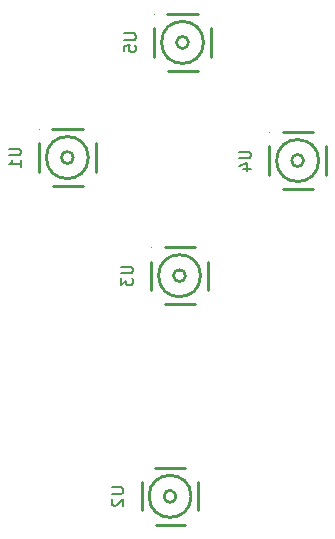
<source format=gbr>
%TF.GenerationSoftware,KiCad,Pcbnew,7.0.5*%
%TF.CreationDate,2023-06-28T16:16:01+01:00*%
%TF.ProjectId,buttonsSuper,62757474-6f6e-4735-9375-7065722e6b69,rev?*%
%TF.SameCoordinates,Original*%
%TF.FileFunction,Legend,Bot*%
%TF.FilePolarity,Positive*%
%FSLAX46Y46*%
G04 Gerber Fmt 4.6, Leading zero omitted, Abs format (unit mm)*
G04 Created by KiCad (PCBNEW 7.0.5) date 2023-06-28 16:16:01*
%MOMM*%
%LPD*%
G01*
G04 APERTURE LIST*
%ADD10C,0.150000*%
%ADD11C,0.059995*%
%ADD12C,0.254001*%
G04 APERTURE END LIST*
D10*
%TO.C,U2*%
X185129730Y-141543118D02*
X185939253Y-141543118D01*
X185939253Y-141543118D02*
X186034491Y-141590737D01*
X186034491Y-141590737D02*
X186082111Y-141638356D01*
X186082111Y-141638356D02*
X186129730Y-141733594D01*
X186129730Y-141733594D02*
X186129730Y-141924070D01*
X186129730Y-141924070D02*
X186082111Y-142019308D01*
X186082111Y-142019308D02*
X186034491Y-142066927D01*
X186034491Y-142066927D02*
X185939253Y-142114546D01*
X185939253Y-142114546D02*
X185129730Y-142114546D01*
X185224968Y-142543118D02*
X185177349Y-142590737D01*
X185177349Y-142590737D02*
X185129730Y-142685975D01*
X185129730Y-142685975D02*
X185129730Y-142924070D01*
X185129730Y-142924070D02*
X185177349Y-143019308D01*
X185177349Y-143019308D02*
X185224968Y-143066927D01*
X185224968Y-143066927D02*
X185320206Y-143114546D01*
X185320206Y-143114546D02*
X185415444Y-143114546D01*
X185415444Y-143114546D02*
X185558301Y-143066927D01*
X185558301Y-143066927D02*
X186129730Y-142495499D01*
X186129730Y-142495499D02*
X186129730Y-143114546D01*
%TO.C,U3*%
X185929768Y-122863095D02*
X186739291Y-122863095D01*
X186739291Y-122863095D02*
X186834529Y-122910714D01*
X186834529Y-122910714D02*
X186882149Y-122958333D01*
X186882149Y-122958333D02*
X186929768Y-123053571D01*
X186929768Y-123053571D02*
X186929768Y-123244047D01*
X186929768Y-123244047D02*
X186882149Y-123339285D01*
X186882149Y-123339285D02*
X186834529Y-123386904D01*
X186834529Y-123386904D02*
X186739291Y-123434523D01*
X186739291Y-123434523D02*
X185929768Y-123434523D01*
X185929768Y-123815476D02*
X185929768Y-124434523D01*
X185929768Y-124434523D02*
X186310720Y-124101190D01*
X186310720Y-124101190D02*
X186310720Y-124244047D01*
X186310720Y-124244047D02*
X186358339Y-124339285D01*
X186358339Y-124339285D02*
X186405958Y-124386904D01*
X186405958Y-124386904D02*
X186501196Y-124434523D01*
X186501196Y-124434523D02*
X186739291Y-124434523D01*
X186739291Y-124434523D02*
X186834529Y-124386904D01*
X186834529Y-124386904D02*
X186882149Y-124339285D01*
X186882149Y-124339285D02*
X186929768Y-124244047D01*
X186929768Y-124244047D02*
X186929768Y-123958333D01*
X186929768Y-123958333D02*
X186882149Y-123863095D01*
X186882149Y-123863095D02*
X186834529Y-123815476D01*
%TO.C,U4*%
X195929768Y-113113095D02*
X196739291Y-113113095D01*
X196739291Y-113113095D02*
X196834529Y-113160714D01*
X196834529Y-113160714D02*
X196882149Y-113208333D01*
X196882149Y-113208333D02*
X196929768Y-113303571D01*
X196929768Y-113303571D02*
X196929768Y-113494047D01*
X196929768Y-113494047D02*
X196882149Y-113589285D01*
X196882149Y-113589285D02*
X196834529Y-113636904D01*
X196834529Y-113636904D02*
X196739291Y-113684523D01*
X196739291Y-113684523D02*
X195929768Y-113684523D01*
X196263101Y-114589285D02*
X196929768Y-114589285D01*
X195882149Y-114351190D02*
X196596434Y-114113095D01*
X196596434Y-114113095D02*
X196596434Y-114732142D01*
%TO.C,U1*%
X176429768Y-112863095D02*
X177239291Y-112863095D01*
X177239291Y-112863095D02*
X177334529Y-112910714D01*
X177334529Y-112910714D02*
X177382149Y-112958333D01*
X177382149Y-112958333D02*
X177429768Y-113053571D01*
X177429768Y-113053571D02*
X177429768Y-113244047D01*
X177429768Y-113244047D02*
X177382149Y-113339285D01*
X177382149Y-113339285D02*
X177334529Y-113386904D01*
X177334529Y-113386904D02*
X177239291Y-113434523D01*
X177239291Y-113434523D02*
X176429768Y-113434523D01*
X177429768Y-114434523D02*
X177429768Y-113863095D01*
X177429768Y-114148809D02*
X176429768Y-114148809D01*
X176429768Y-114148809D02*
X176572625Y-114053571D01*
X176572625Y-114053571D02*
X176667863Y-113958333D01*
X176667863Y-113958333D02*
X176715482Y-113863095D01*
%TO.C,U5*%
X186179768Y-103113095D02*
X186989291Y-103113095D01*
X186989291Y-103113095D02*
X187084529Y-103160714D01*
X187084529Y-103160714D02*
X187132149Y-103208333D01*
X187132149Y-103208333D02*
X187179768Y-103303571D01*
X187179768Y-103303571D02*
X187179768Y-103494047D01*
X187179768Y-103494047D02*
X187132149Y-103589285D01*
X187132149Y-103589285D02*
X187084529Y-103636904D01*
X187084529Y-103636904D02*
X186989291Y-103684523D01*
X186989291Y-103684523D02*
X186179768Y-103684523D01*
X186179768Y-104636904D02*
X186179768Y-104160714D01*
X186179768Y-104160714D02*
X186655958Y-104113095D01*
X186655958Y-104113095D02*
X186608339Y-104160714D01*
X186608339Y-104160714D02*
X186560720Y-104255952D01*
X186560720Y-104255952D02*
X186560720Y-104494047D01*
X186560720Y-104494047D02*
X186608339Y-104589285D01*
X186608339Y-104589285D02*
X186655958Y-104636904D01*
X186655958Y-104636904D02*
X186751196Y-104684523D01*
X186751196Y-104684523D02*
X186989291Y-104684523D01*
X186989291Y-104684523D02*
X187084529Y-104636904D01*
X187084529Y-104636904D02*
X187132149Y-104589285D01*
X187132149Y-104589285D02*
X187179768Y-104494047D01*
X187179768Y-104494047D02*
X187179768Y-104255952D01*
X187179768Y-104255952D02*
X187132149Y-104160714D01*
X187132149Y-104160714D02*
X187084529Y-104113095D01*
D11*
%TO.C,U2*%
X187705086Y-139905023D02*
G75*
G03*
X187705086Y-139905023I-29997J0D01*
G01*
D12*
X191852966Y-142304896D02*
G75*
G03*
X191852966Y-142304896I-1778004J0D01*
G01*
X190582963Y-142304896D02*
G75*
G03*
X190582963Y-142304896I-508001J0D01*
G01*
X188875089Y-144705023D02*
X191375089Y-144705023D01*
X188806229Y-139905023D02*
X191375089Y-139905023D01*
X187674911Y-141106014D02*
X187674911Y-143503778D01*
X192475013Y-143503778D02*
X192475013Y-141106014D01*
D11*
%TO.C,U3*%
X188505124Y-121225000D02*
G75*
G03*
X188505124Y-121225000I-29997J0D01*
G01*
D12*
X192653004Y-123624873D02*
G75*
G03*
X192653004Y-123624873I-1778004J0D01*
G01*
X191383001Y-123624873D02*
G75*
G03*
X191383001Y-123624873I-508001J0D01*
G01*
X189675127Y-126025000D02*
X192175127Y-126025000D01*
X189606267Y-121225000D02*
X192175127Y-121225000D01*
X188474949Y-122425991D02*
X188474949Y-124823755D01*
X193275051Y-124823755D02*
X193275051Y-122425991D01*
D11*
%TO.C,U4*%
X198505124Y-111475000D02*
G75*
G03*
X198505124Y-111475000I-29997J0D01*
G01*
D12*
X202653004Y-113874873D02*
G75*
G03*
X202653004Y-113874873I-1778004J0D01*
G01*
X201383001Y-113874873D02*
G75*
G03*
X201383001Y-113874873I-508001J0D01*
G01*
X199675127Y-116275000D02*
X202175127Y-116275000D01*
X199606267Y-111475000D02*
X202175127Y-111475000D01*
X198474949Y-112675991D02*
X198474949Y-115073755D01*
X203275051Y-115073755D02*
X203275051Y-112675991D01*
D11*
%TO.C,U1*%
X179005124Y-111225000D02*
G75*
G03*
X179005124Y-111225000I-29997J0D01*
G01*
D12*
X183153004Y-113624873D02*
G75*
G03*
X183153004Y-113624873I-1778004J0D01*
G01*
X181883001Y-113624873D02*
G75*
G03*
X181883001Y-113624873I-508001J0D01*
G01*
X180175127Y-116025000D02*
X182675127Y-116025000D01*
X180106267Y-111225000D02*
X182675127Y-111225000D01*
X178974949Y-112425991D02*
X178974949Y-114823755D01*
X183775051Y-114823755D02*
X183775051Y-112425991D01*
D11*
%TO.C,U5*%
X188755124Y-101475000D02*
G75*
G03*
X188755124Y-101475000I-29997J0D01*
G01*
D12*
X192903004Y-103874873D02*
G75*
G03*
X192903004Y-103874873I-1778004J0D01*
G01*
X191633001Y-103874873D02*
G75*
G03*
X191633001Y-103874873I-508001J0D01*
G01*
X189925127Y-106275000D02*
X192425127Y-106275000D01*
X189856267Y-101475000D02*
X192425127Y-101475000D01*
X188724949Y-102675991D02*
X188724949Y-105073755D01*
X193525051Y-105073755D02*
X193525051Y-102675991D01*
%TD*%
M02*

</source>
